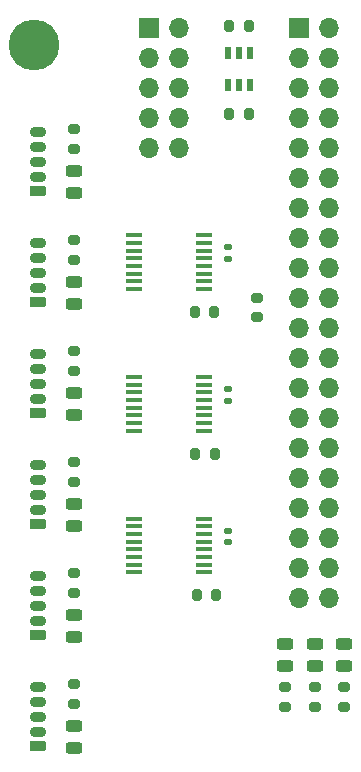
<source format=gbr>
%TF.GenerationSoftware,KiCad,Pcbnew,8.0.7*%
%TF.CreationDate,2025-01-23T07:46:30-08:00*%
%TF.ProjectId,plex-loader,706c6578-2d6c-46f6-9164-65722e6b6963,rev?*%
%TF.SameCoordinates,Original*%
%TF.FileFunction,Soldermask,Top*%
%TF.FilePolarity,Negative*%
%FSLAX46Y46*%
G04 Gerber Fmt 4.6, Leading zero omitted, Abs format (unit mm)*
G04 Created by KiCad (PCBNEW 8.0.7) date 2025-01-23 07:46:30*
%MOMM*%
%LPD*%
G01*
G04 APERTURE LIST*
G04 Aperture macros list*
%AMRoundRect*
0 Rectangle with rounded corners*
0 $1 Rounding radius*
0 $2 $3 $4 $5 $6 $7 $8 $9 X,Y pos of 4 corners*
0 Add a 4 corners polygon primitive as box body*
4,1,4,$2,$3,$4,$5,$6,$7,$8,$9,$2,$3,0*
0 Add four circle primitives for the rounded corners*
1,1,$1+$1,$2,$3*
1,1,$1+$1,$4,$5*
1,1,$1+$1,$6,$7*
1,1,$1+$1,$8,$9*
0 Add four rect primitives between the rounded corners*
20,1,$1+$1,$2,$3,$4,$5,0*
20,1,$1+$1,$4,$5,$6,$7,0*
20,1,$1+$1,$6,$7,$8,$9,0*
20,1,$1+$1,$8,$9,$2,$3,0*%
G04 Aperture macros list end*
%ADD10RoundRect,0.140000X-0.170000X0.140000X-0.170000X-0.140000X0.170000X-0.140000X0.170000X0.140000X0*%
%ADD11RoundRect,0.225000X0.475000X-0.225000X0.475000X0.225000X-0.475000X0.225000X-0.475000X-0.225000X0*%
%ADD12O,1.400000X0.900000*%
%ADD13RoundRect,0.200000X0.275000X-0.200000X0.275000X0.200000X-0.275000X0.200000X-0.275000X-0.200000X0*%
%ADD14RoundRect,0.243750X0.456250X-0.243750X0.456250X0.243750X-0.456250X0.243750X-0.456250X-0.243750X0*%
%ADD15RoundRect,0.243750X-0.456250X0.243750X-0.456250X-0.243750X0.456250X-0.243750X0.456250X0.243750X0*%
%ADD16RoundRect,0.200000X-0.200000X-0.275000X0.200000X-0.275000X0.200000X0.275000X-0.200000X0.275000X0*%
%ADD17RoundRect,0.200000X-0.275000X0.200000X-0.275000X-0.200000X0.275000X-0.200000X0.275000X0.200000X0*%
%ADD18R,1.700000X1.700000*%
%ADD19O,1.700000X1.700000*%
%ADD20C,4.300000*%
%ADD21RoundRect,0.200000X0.200000X0.275000X-0.200000X0.275000X-0.200000X-0.275000X0.200000X-0.275000X0*%
%ADD22R,1.405599X0.350800*%
%ADD23R,0.508000X0.990600*%
G04 APERTURE END LIST*
D10*
%TO.C,C3*%
X71547199Y-96245001D03*
X71547199Y-97205001D03*
%TD*%
D11*
%TO.C,J6*%
X55432500Y-114500000D03*
D12*
X55432500Y-113250000D03*
X55432500Y-112000000D03*
X55432500Y-110750000D03*
X55432500Y-109500000D03*
%TD*%
D13*
%TO.C,R13*%
X58500000Y-73298750D03*
X58500000Y-71648750D03*
%TD*%
%TO.C,R11*%
X58500000Y-110898750D03*
X58500000Y-109248750D03*
%TD*%
D14*
%TO.C,D3*%
X58500000Y-67623750D03*
X58500000Y-65748750D03*
%TD*%
%TO.C,D2*%
X58500000Y-114623750D03*
X58500000Y-112748750D03*
%TD*%
D15*
%TO.C,D8*%
X78831500Y-105850000D03*
X78831500Y-107725000D03*
%TD*%
D14*
%TO.C,D7*%
X58500000Y-105223750D03*
X58500000Y-103348750D03*
%TD*%
D16*
%TO.C,R8*%
X68722199Y-89725001D03*
X70372199Y-89725001D03*
%TD*%
D17*
%TO.C,R18*%
X76331500Y-109500000D03*
X76331500Y-111150000D03*
%TD*%
D18*
%TO.C,J10*%
X64859000Y-53683000D03*
D19*
X67399000Y-53683000D03*
X64859000Y-56223000D03*
X67399000Y-56223000D03*
X64859000Y-58763000D03*
X67399000Y-58763000D03*
X64859000Y-61303000D03*
X67399000Y-61303000D03*
X64859000Y-63843000D03*
X67399000Y-63843000D03*
%TD*%
D16*
%TO.C,R9*%
X68675000Y-77725001D03*
X70325000Y-77725001D03*
%TD*%
D15*
%TO.C,D1*%
X81331500Y-105850000D03*
X81331500Y-107725000D03*
%TD*%
D14*
%TO.C,D6*%
X58500000Y-95823750D03*
X58500000Y-93948750D03*
%TD*%
D20*
%TO.C,REF\u002A\u002A*%
X55080000Y-55080000D03*
%TD*%
D16*
%TO.C,R7*%
X68850000Y-101725001D03*
X70500000Y-101725001D03*
%TD*%
D13*
%TO.C,R16*%
X58500000Y-101498750D03*
X58500000Y-99848750D03*
%TD*%
D21*
%TO.C,R3*%
X73274960Y-53500000D03*
X71624960Y-53500000D03*
%TD*%
D15*
%TO.C,D9*%
X76331500Y-105850000D03*
X76331500Y-107725000D03*
%TD*%
D17*
%TO.C,R10*%
X74000000Y-76500000D03*
X74000000Y-78150000D03*
%TD*%
%TO.C,R4*%
X81331500Y-109482500D03*
X81331500Y-111132500D03*
%TD*%
D14*
%TO.C,D4*%
X58500000Y-77023750D03*
X58500000Y-75148750D03*
%TD*%
D11*
%TO.C,J3*%
X55432500Y-86300000D03*
D12*
X55432500Y-85050000D03*
X55432500Y-83800000D03*
X55432500Y-82550000D03*
X55432500Y-81300000D03*
%TD*%
D11*
%TO.C,J4*%
X55432500Y-95700000D03*
D12*
X55432500Y-94450000D03*
X55432500Y-93200000D03*
X55432500Y-91950000D03*
X55432500Y-90700000D03*
%TD*%
D18*
%TO.C,J9*%
X77559000Y-53683000D03*
D19*
X80099000Y-53683000D03*
X77559000Y-56223000D03*
X80099000Y-56223000D03*
X77559000Y-58763000D03*
X80099000Y-58763000D03*
X77559000Y-61303000D03*
X80099000Y-61303000D03*
X77559000Y-63843000D03*
X80099000Y-63843000D03*
X77559000Y-66383000D03*
X80099000Y-66383000D03*
X77559000Y-68923000D03*
X80099000Y-68923000D03*
X77559000Y-71463000D03*
X80099000Y-71463000D03*
X77559000Y-74003000D03*
X80099000Y-74003000D03*
X77559000Y-76543000D03*
X80099000Y-76543000D03*
X77559000Y-79083000D03*
X80099000Y-79083000D03*
X77559000Y-81623000D03*
X80099000Y-81623000D03*
X77559000Y-84163000D03*
X80099000Y-84163000D03*
X77559000Y-86703000D03*
X80099000Y-86703000D03*
X77559000Y-89243000D03*
X80099000Y-89243000D03*
X77559000Y-91783000D03*
X80099000Y-91783000D03*
X77559000Y-94323000D03*
X80099000Y-94323000D03*
X77559000Y-96863000D03*
X80099000Y-96863000D03*
X77559000Y-99403000D03*
X80099000Y-99403000D03*
X77559000Y-101943000D03*
X80099000Y-101943000D03*
%TD*%
D14*
%TO.C,D5*%
X58500000Y-86423750D03*
X58500000Y-84548750D03*
%TD*%
D13*
%TO.C,R12*%
X58500000Y-63898750D03*
X58500000Y-62248750D03*
%TD*%
D10*
%TO.C,C2*%
X71547199Y-84266301D03*
X71547199Y-85226301D03*
%TD*%
D21*
%TO.C,R19*%
X73274960Y-61000000D03*
X71624960Y-61000000D03*
%TD*%
D13*
%TO.C,R14*%
X58500000Y-82698750D03*
X58500000Y-81048750D03*
%TD*%
D10*
%TO.C,C1*%
X71547199Y-72245001D03*
X71547199Y-73205001D03*
%TD*%
D13*
%TO.C,R15*%
X58500000Y-92098750D03*
X58500000Y-90448750D03*
%TD*%
D11*
%TO.C,J2*%
X55432500Y-76900000D03*
D12*
X55432500Y-75650000D03*
X55432500Y-74400000D03*
X55432500Y-73150000D03*
X55432500Y-71900000D03*
%TD*%
D11*
%TO.C,J5*%
X55432500Y-105100000D03*
D12*
X55432500Y-103850000D03*
X55432500Y-102600000D03*
X55432500Y-101350000D03*
X55432500Y-100100000D03*
%TD*%
D11*
%TO.C,J1*%
X55432500Y-67500000D03*
D12*
X55432500Y-66250000D03*
X55432500Y-65000000D03*
X55432500Y-63750000D03*
X55432500Y-62500000D03*
%TD*%
D17*
%TO.C,R17*%
X78831500Y-109500000D03*
X78831500Y-111150000D03*
%TD*%
D22*
%TO.C,U1*%
X63547199Y-71225001D03*
X63547199Y-71874999D03*
X63547199Y-72525001D03*
X63547199Y-73174999D03*
X63547199Y-73824998D03*
X63547199Y-74474999D03*
X63547199Y-75124998D03*
X63547199Y-75774999D03*
X69452801Y-75774999D03*
X69452801Y-75125001D03*
X69452801Y-74474999D03*
X69452801Y-73825001D03*
X69452801Y-73175002D03*
X69452801Y-72525001D03*
X69452801Y-71875002D03*
X69452801Y-71225001D03*
%TD*%
D23*
%TO.C,U5*%
X71500000Y-58500000D03*
X72449960Y-58500000D03*
X73399920Y-58500000D03*
X73399920Y-55807600D03*
X72449960Y-55807600D03*
X71500000Y-55807600D03*
%TD*%
D22*
%TO.C,U3*%
X63547199Y-95225001D03*
X63547199Y-95874999D03*
X63547199Y-96525001D03*
X63547199Y-97174999D03*
X63547199Y-97824998D03*
X63547199Y-98474999D03*
X63547199Y-99124998D03*
X63547199Y-99774999D03*
X69452801Y-99774999D03*
X69452801Y-99125001D03*
X69452801Y-98474999D03*
X69452801Y-97825001D03*
X69452801Y-97175002D03*
X69452801Y-96525001D03*
X69452801Y-95875002D03*
X69452801Y-95225001D03*
%TD*%
%TO.C,U2*%
X63547199Y-83225001D03*
X63547199Y-83874999D03*
X63547199Y-84525001D03*
X63547199Y-85174999D03*
X63547199Y-85824998D03*
X63547199Y-86474999D03*
X63547199Y-87124998D03*
X63547199Y-87774999D03*
X69452801Y-87774999D03*
X69452801Y-87125001D03*
X69452801Y-86474999D03*
X69452801Y-85825001D03*
X69452801Y-85175002D03*
X69452801Y-84525001D03*
X69452801Y-83875002D03*
X69452801Y-83225001D03*
%TD*%
M02*

</source>
